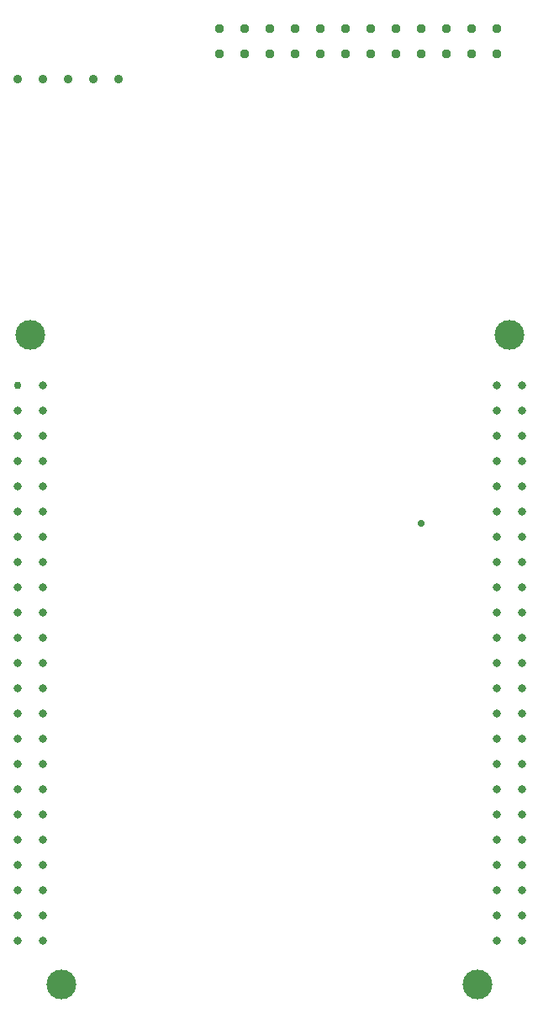
<source format=gbr>
G04 Layer_Color=0*
%FSLAX26Y26*%
%MOIN*%
%TF.FileFunction,Plated,1,2,PTH,Drill*%
%TF.Part,Single*%
G01*
G75*
%TA.AperFunction,ComponentDrill*%
%ADD23C,0.037402*%
%ADD24C,0.035433*%
%ADD25C,0.118110*%
%ADD26C,0.031496*%
%ADD27C,0.030000*%
%TA.AperFunction,ViaDrill,NotFilled*%
%ADD28C,0.028000*%
D23*
X1200000Y4200000D02*
D03*
Y4100000D02*
D03*
X2300000Y4200000D02*
D03*
X2200000D02*
D03*
X2100000D02*
D03*
X2000000D02*
D03*
X1900000D02*
D03*
X1800000D02*
D03*
X1700000D02*
D03*
X1600000D02*
D03*
X1500000D02*
D03*
X1400000D02*
D03*
X2300000Y4100000D02*
D03*
X2200000D02*
D03*
X2100000D02*
D03*
X2000000D02*
D03*
X1900000D02*
D03*
X1800000D02*
D03*
X1700000D02*
D03*
X1600000D02*
D03*
X1500000D02*
D03*
X1400000D02*
D03*
X1300000D02*
D03*
Y4200000D02*
D03*
D24*
X700000Y4000000D02*
D03*
X600000D02*
D03*
X500000D02*
D03*
X400000D02*
D03*
X800000D02*
D03*
D25*
X450000Y2987500D02*
D03*
X2350000D02*
D03*
X2225000Y412500D02*
D03*
X575000D02*
D03*
D26*
X500000Y2787500D02*
D03*
Y2687500D02*
D03*
Y2587500D02*
D03*
Y2487500D02*
D03*
Y2387500D02*
D03*
Y2287500D02*
D03*
Y2187500D02*
D03*
Y2087500D02*
D03*
Y1987500D02*
D03*
Y1887500D02*
D03*
Y1787500D02*
D03*
Y1687500D02*
D03*
Y1587500D02*
D03*
Y1487500D02*
D03*
Y1387500D02*
D03*
Y1287500D02*
D03*
Y1187500D02*
D03*
Y1087500D02*
D03*
Y987500D02*
D03*
Y887500D02*
D03*
Y787500D02*
D03*
Y687500D02*
D03*
Y587500D02*
D03*
X400000Y2687500D02*
D03*
Y2587500D02*
D03*
Y2487500D02*
D03*
Y2387500D02*
D03*
Y2287500D02*
D03*
Y2187500D02*
D03*
Y2087500D02*
D03*
Y1987500D02*
D03*
Y1887500D02*
D03*
Y1787500D02*
D03*
Y1687500D02*
D03*
Y1587500D02*
D03*
Y1487500D02*
D03*
Y1387500D02*
D03*
Y1287500D02*
D03*
Y1187500D02*
D03*
Y1087500D02*
D03*
Y987500D02*
D03*
Y887500D02*
D03*
Y787500D02*
D03*
Y687500D02*
D03*
Y587500D02*
D03*
X2300000Y2787500D02*
D03*
X2400000D02*
D03*
Y2687500D02*
D03*
Y2587500D02*
D03*
Y2487500D02*
D03*
Y2387500D02*
D03*
Y2287500D02*
D03*
Y2187500D02*
D03*
Y2087500D02*
D03*
Y1987500D02*
D03*
Y1887500D02*
D03*
Y1787500D02*
D03*
Y1687500D02*
D03*
Y1587500D02*
D03*
Y1487500D02*
D03*
Y1387500D02*
D03*
Y1287500D02*
D03*
Y1187500D02*
D03*
Y1087500D02*
D03*
Y987500D02*
D03*
Y887500D02*
D03*
Y787500D02*
D03*
Y687500D02*
D03*
Y587500D02*
D03*
X2300000Y2687500D02*
D03*
Y2587500D02*
D03*
Y2487500D02*
D03*
Y2387500D02*
D03*
Y2287500D02*
D03*
Y2187500D02*
D03*
Y2087500D02*
D03*
Y1987500D02*
D03*
Y1887500D02*
D03*
Y1787500D02*
D03*
Y1687500D02*
D03*
Y1587500D02*
D03*
Y1487500D02*
D03*
Y1387500D02*
D03*
Y1287500D02*
D03*
Y1187500D02*
D03*
Y1087500D02*
D03*
Y987500D02*
D03*
Y887500D02*
D03*
Y787500D02*
D03*
Y687500D02*
D03*
Y587500D02*
D03*
D27*
X400000Y2787500D02*
D03*
D28*
X2000000Y2240000D02*
D03*
%TF.MD5,4119a58d3b97d7f56c78b22665b18776*%
M02*

</source>
